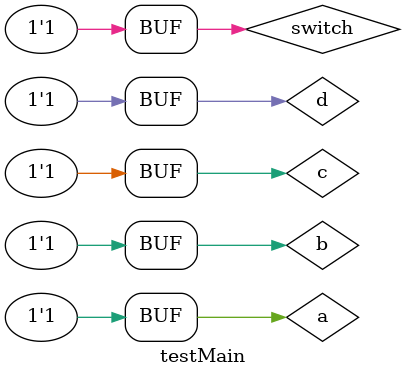
<source format=v>

module circEx32(output ac, output bd, input a, input b, input c, input d, input SW);
	wire saac, soac, sabd, sobd, n0, n1, s0, s1, s2, s3;
	and AAC(saac, a, c);
	or  OAC(soac, a, c);
	and ABD(sabd, b, d);
	or  OBD(sobd, b, d);
	not N1(n0, SW);
	not N2(n1, SW);
	and A1(s0, saac, SW);
	and A2(s1, soac, n0);
	and A3(s2, sabd, SW);
	and A4(s3, sobd, n1);
	or  O1(ac, s0, s1);
	or  O2(bd, s2, s3);
endmodule

// ---------------------------------
// -- Modulo testador
// ---------------------------------
module testMain; 
// --------------------------------- definir dados 
	reg 	a, b, c, d;
	reg 	switch;
	wire 	s0, s1;
	
// --------------------------------- instanciando
	circEx32 C1(s0, s1, a, b, c, d, switch);
	
// --------------------------------- inicializacao
	initial begin:start
		a = 0;
		b = 0;
		c = 0;
		d = 0;
		switch = 0;  
	end 
// --------------------------------- parte principal 
	initial begin 
		$display("Exemplo0032 - Sad - 440265"); 
		$display("Test LU's module");
		$display("Switch = 0 -> OR");
		$monitor(" %b%b | %b%b = %b%b", a, b, c, d, s0, s1); 
		
	// --------------------------------- projetar testes do modulo 
		#1
		a = 0; b = 0; c = 0; d = 0; switch = 0;
		#1
		a = 0; b = 0; c = 0; d = 1; switch = 0;
		#1
		a = 0; b = 0; c = 1; d = 0; switch = 0;
		#1
		a = 0; b = 0; c = 1; d = 1; switch = 0;
		#1
		a = 0; b = 1; c = 0; d = 0; switch = 0;
		#1
		a = 0; b = 1; c = 0; d = 1; switch = 0;
		#1
		a = 0; b = 1; c = 1; d = 0; switch = 0;		
		#1
		a = 0; b = 1; c = 1; d = 1; switch = 0;
		#1
		a = 1; b = 0; c = 0; d = 0; switch = 0;
		#1
		a = 1; b = 0; c = 0; d = 1; switch = 0;
		#1
		a = 1; b = 0; c = 1; d = 0; switch = 0;
		#1
		a = 1; b = 0; c = 1; d = 1; switch = 0;
		#1
		a = 1; b = 1; c = 0; d = 0; switch = 0;
		#1
		a = 1; b = 1; c = 0; d = 1; switch = 0;
		#1
		a = 1; b = 1; c = 1; d = 0; switch = 0;
		#1
		a = 1; b = 1; c = 1; d = 1; switch = 0;
		#1
		a = 0; b = 0; c = 0; d = 0; switch = 1;
		$display("-----------------------");
		$display("Switch = 1 -> AND");
		$monitor(" %b%b & %b%b = %b%b", a, b, c, d, s0, s1);
		#1
		a = 0; b = 0; c = 0; d = 1; switch = 1;
		#1
		a = 0; b = 0; c = 1; d = 0; switch = 1;
		#1
		a = 0; b = 0; c = 1; d = 1; switch = 1;
		#1
		a = 0; b = 1; c = 0; d = 0; switch = 1;
		#1
		a = 0; b = 1; c = 0; d = 1; switch = 1;
		#1
		a = 0; b = 1; c = 1; d = 0; switch = 1;		
		#1
		a = 0; b = 1; c = 1; d = 1; switch = 1;
		#1
		a = 1; b = 0; c = 0; d = 0; switch = 1;
		#1
		a = 1; b = 0; c = 0; d = 1; switch = 1;
		#1
		a = 1; b = 0; c = 1; d = 0; switch = 1;
		#1
		a = 1; b = 0; c = 1; d = 1; switch = 1;
		#1
		a = 1; b = 1; c = 0; d = 0; switch = 1;
		#1
		a = 1; b = 1; c = 0; d = 1; switch = 1;
		#1
		a = 1; b = 1; c = 1; d = 0; switch = 1;
		#1
		a = 1; b = 1; c = 1; d = 1; switch = 1;
	end 
endmodule // -- test_f4 
</source>
